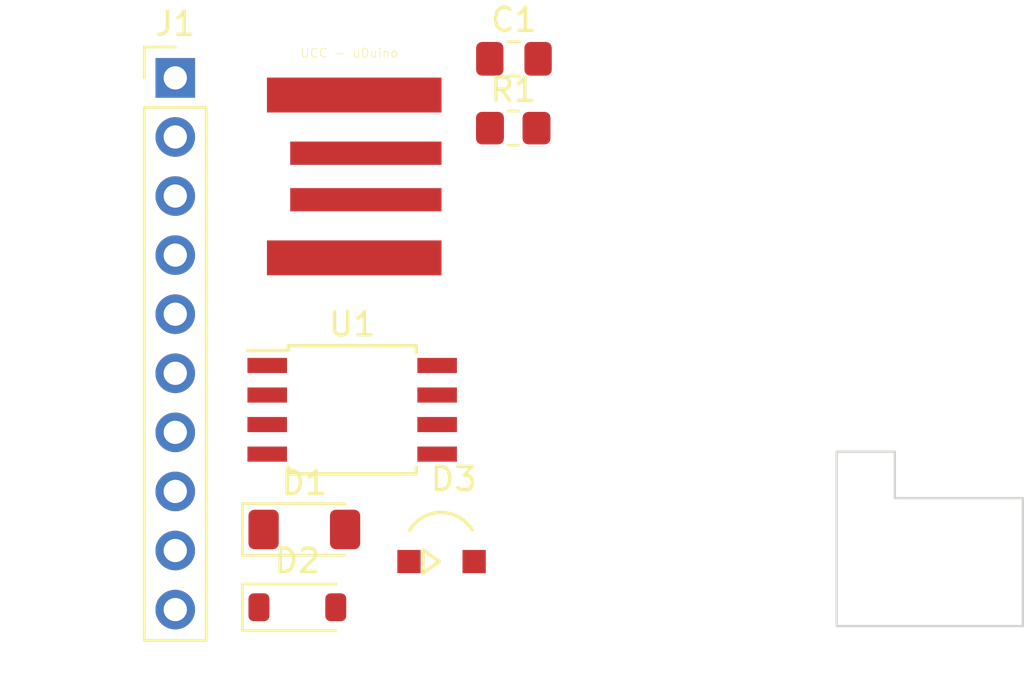
<source format=kicad_pcb>
(kicad_pcb (version 20241229) (generator "pcbnew") (generator_version "9.0")
  (layers (0 "F.Cu" signal) (2 "B.Cu" signal) (13 "F.Paste" user) (15 "B.Paste" user) (5 "F.SilkS" user "F.Silkscreen") (7 "B.SilkS" user "B.Silkscreen") (1 "F.Mask" user) (3 "B.Mask" user) (25 "Edge.Cuts" user))
  (net 0 "")
  (net 3 "+5V")
  (footprint "Package_SO:SOIC-8W_5.3x5.3mm_P1.27mm" (layer "F.Cu") (at 131.685 82.2)
    (property "Reference" "U1" (at 0 -3.68 0) (layer "F.SilkS"))
    (property "Value" "ATtiny85-20S")
    (fp_line (start -2.75 -2.755) (end -2.75 -2.55) (stroke (width 0.15)) (layer "F.SilkS"))
    (fp_line (start -2.75 -2.755) (end 2.75 -2.755) (stroke (width 0.15)) (layer "F.SilkS"))
    (fp_line (start -2.75 -2.55) (end -4.5 -2.55) (stroke (width 0.15)) (layer "F.SilkS"))
    (fp_line (start -2.75 2.755) (end -2.75 2.455) (stroke (width 0.15)) (layer "F.SilkS"))
    (fp_line (start -2.75 2.755) (end 2.75 2.755) (stroke (width 0.15)) (layer "F.SilkS"))
    (fp_line (start 2.75 -2.755) (end 2.75 -2.455) (stroke (width 0.15)) (layer "F.SilkS"))
    (fp_line (start 2.75 2.755) (end 2.75 2.455) (stroke (width 0.15)) (layer "F.SilkS"))
    (pad "1" smd rect (at -3.65 -1.905) (size 1.7 0.65) (layers "F.Cu" "F.Mask" "F.Paste"))
    (pad "2" smd rect (at -3.65 -0.635) (size 1.7 0.65) (layers "F.Cu" "F.Mask" "F.Paste"))
    (pad "3" smd rect (at -3.65 0.635) (size 1.7 0.65) (layers "F.Cu" "F.Mask" "F.Paste"))
    (pad "4" smd rect (at -3.65 1.905) (size 1.7 0.65) (layers "F.Cu" "F.Mask" "F.Paste"))
    (pad "5" smd rect (at 3.65 1.905) (size 1.7 0.65) (layers "F.Cu" "F.Mask" "F.Paste"))
    (pad "6" smd rect (at 3.65 0.635) (size 1.7 0.65) (layers "F.Cu" "F.Mask" "F.Paste"))
    (pad "7" smd rect (at 3.65 -0.635) (size 1.7 0.65) (layers "F.Cu" "F.Mask" "F.Paste"))
    (pad "8" smd rect (at 3.65 -1.905) (size 1.7 0.65) (layers "F.Cu" "F.Mask" "F.Paste"))
  )
  (footprint "ledSmd:ledSMD" (layer "F.Cu") (at 135.925 88.725)
    (property "Reference" "D3" (at 0.125 -3.55 0) (layer "F.SilkS"))
    (property "Value" "LED")
    (fp_line (start -1.2 0.5) (end -1.2 -0.5) (stroke (width 0.15)) (layer "F.SilkS"))
    (fp_line (start -1.15 -0.475) (end -0.5 0) (stroke (width 0.15)) (layer "F.SilkS"))
    (fp_line (start -0.5 0) (end -1.2 0.5) (stroke (width 0.15)) (layer "F.SilkS"))
    (fp_arc (start -1.786089 -1.331572) (mid -0.435753 -2.107089) (end 0.924999 -1.349999) (stroke (width 0.15)) (layer "F.SilkS"))
    (pad "1" smd rect (at -1.8 0) (size 1 1) (layers "F.Cu" "F.Mask" "F.Paste"))
    (pad "2" smd rect (at 1 0) (size 1 1) (layers "F.Cu" "F.Mask" "F.Paste"))
  )
  (footprint "embeddedPcbUsb:USB_A_UCC" (layer "F.Cu") (at 131.9735 72.1685)
    (property "Reference" "J2" (hide yes))
    (property "Value" "USB_A" (hide yes))
    (fp_text user "UCC - uDuino" (at -2.54 -5.08 0) (layer "F.SilkS") (effects (font (size 0.38608 0.38608) (thickness 0.032512)) (justify left bottom)))
    (pad "1" smd rect (at -0.2 3.5) (size 7.5 1.5) (layers "F.Cu" "F.Mask" "F.Paste"))
    (pad "2" smd rect (at 0.3 1) (size 6.5 1) (layers "F.Cu" "F.Mask" "F.Paste"))
    (pad "3" smd rect (at 0.3 -1) (size 6.5 1) (layers "F.Cu" "F.Mask" "F.Paste"))
    (pad "4" smd rect (at -0.2 -3.5) (size 7.5 1.5) (layers "F.Cu" "F.Mask" "F.Paste"))
  )
  (footprint "Capacitor_SMD:C_0805_2012Metric_Pad1.18x1.45mm_HandSolder" (layer "F.Cu") (at 138.635 67.11)
    (property "Reference" "C1" (at 0 -1.68 0) (layer "F.SilkS"))
    (property "Value" "C")
    (fp_line (start -0.261252 -0.735) (end 0.261252 -0.735) (stroke (width 0.12)) (layer "F.SilkS"))
    (fp_line (start -0.261252 0.735) (end 0.261252 0.735) (stroke (width 0.12)) (layer "F.SilkS"))
    (pad "1" smd roundrect (at -1.0375 0) (size 1.175 1.45) (layers "F.Cu" "F.Mask" "F.Paste") (roundrect_rratio 0.212766))
    (pad "2" smd roundrect (at 1.0375 0) (size 1.175 1.45) (layers "F.Cu" "F.Mask" "F.Paste") (roundrect_rratio 0.212766))
  )
  (footprint "Connector_PinHeader_2.54mm:PinHeader_1x10_P2.54mm_Vertical" (layer "F.Cu") (at 124.085 67.93)
    (property "Reference" "J1" (at 0 -2.33 0) (layer "F.SilkS"))
    (property "Value" "Conn_01x10_Socket")
    (fp_line (start -1.33 -1.33) (end 0 -1.33) (stroke (width 0.12)) (layer "F.SilkS"))
    (fp_line (start -1.33 0) (end -1.33 -1.33) (stroke (width 0.12)) (layer "F.SilkS"))
    (fp_line (start -1.33 1.27) (end -1.33 24.19) (stroke (width 0.12)) (layer "F.SilkS"))
    (fp_line (start -1.33 1.27) (end 1.33 1.27) (stroke (width 0.12)) (layer "F.SilkS"))
    (fp_line (start -1.33 24.19) (end 1.33 24.19) (stroke (width 0.12)) (layer "F.SilkS"))
    (fp_line (start 1.33 1.27) (end 1.33 24.19) (stroke (width 0.12)) (layer "F.SilkS"))
    (pad "1" thru_hole rect (at 0 0) (size 1.7 1.7) (drill 1) (layers "*.Cu" "*.Mask"))
    (pad "2" thru_hole oval (at 0 2.54) (size 1.7 1.7) (drill 1) (layers "*.Cu" "*.Mask"))
    (pad "3" thru_hole oval (at 0 5.08) (size 1.7 1.7) (drill 1) (layers "*.Cu" "*.Mask"))
    (pad "4" thru_hole oval (at 0 7.62) (size 1.7 1.7) (drill 1) (layers "*.Cu" "*.Mask"))
    (pad "5" thru_hole oval (at 0 10.16) (size 1.7 1.7) (drill 1) (layers "*.Cu" "*.Mask"))
    (pad "6" thru_hole oval (at 0 12.7) (size 1.7 1.7) (drill 1) (layers "*.Cu" "*.Mask"))
    (pad "7" thru_hole oval (at 0 15.24) (size 1.7 1.7) (drill 1) (layers "*.Cu" "*.Mask"))
    (pad "8" thru_hole oval (at 0 17.78) (size 1.7 1.7) (drill 1) (layers "*.Cu" "*.Mask"))
    (pad "9" thru_hole oval (at 0 20.32) (size 1.7 1.7) (drill 1) (layers "*.Cu" "*.Mask"))
    (pad "10" thru_hole oval (at 0 22.86) (size 1.7 1.7) (drill 1) (layers "*.Cu" "*.Mask"))
  )
  (footprint "Diode_SMD:D_MiniMELF" (layer "F.Cu") (at 129.63 87.345)
    (property "Reference" "D1" (at 0 -2 0) (layer "F.SilkS"))
    (property "Value" "D_Filled")
    (fp_line (start -2.66 -1.11) (end -2.66 1.11) (stroke (width 0.12)) (layer "F.SilkS"))
    (fp_line (start -2.66 1.11) (end 1.75 1.11) (stroke (width 0.12)) (layer "F.SilkS"))
    (fp_line (start 1.75 -1.11) (end -2.66 -1.11) (stroke (width 0.12)) (layer "F.SilkS"))
    (pad "1" smd roundrect (at -1.75 0) (size 1.3 1.7) (layers "F.Cu" "F.Mask" "F.Paste") (roundrect_rratio 0.1923076923) (net 3 "+5V"))
    (pad "2" smd roundrect (at 1.75 0) (size 1.3 1.7) (layers "F.Cu" "F.Mask" "F.Paste") (roundrect_rratio 0.1923076923))
  )
  (footprint "Diode_SMD:D_SOD-123" (layer "F.Cu") (at 129.33 90.69)
    (property "Reference" "D2" (at 0 -2 0) (layer "F.SilkS"))
    (property "Value" "D_Zener")
    (fp_line (start -2.36 -1) (end -2.36 1) (stroke (width 0.12)) (layer "F.SilkS"))
    (fp_line (start -2.36 -1) (end 1.65 -1) (stroke (width 0.12)) (layer "F.SilkS"))
    (fp_line (start -2.36 1) (end 1.65 1) (stroke (width 0.12)) (layer "F.SilkS"))
    (pad "1" smd roundrect (at -1.65 0) (size 0.9 1.2) (layers "F.Cu" "F.Mask" "F.Paste"))
    (pad "2" smd roundrect (at 1.65 0) (size 0.9 1.2) (layers "F.Cu" "F.Mask" "F.Paste"))
  )
  (footprint "Resistor_SMD:R_0805_2012Metric_Pad1.20x1.40mm_HandSolder" (layer "F.Cu") (at 138.605 70.09)
    (property "Reference" "R1" (at 0 -1.65 0) (layer "F.SilkS"))
    (property "Value" "R")
    (fp_line (start -0.227064 -0.735) (end 0.227064 -0.735) (stroke (width 0.12)) (layer "F.SilkS"))
    (fp_line (start -0.227064 0.735) (end 0.227064 0.735) (stroke (width 0.12)) (layer "F.SilkS"))
    (pad "1" smd roundrect (at -1 0) (size 1.2 1.4) (layers "F.Cu" "F.Mask" "F.Paste") (roundrect_rratio 0.208333) (net 3 "+5V"))
    (pad "2" smd roundrect (at 1 0) (size 1.2 1.4) (layers "F.Cu" "F.Mask" "F.Paste") (roundrect_rratio 0.208333))
  )
  (gr_poly (pts (xy 160.5 91.5) (xy 152.5 91.5) (xy 152.5 84) (xy 155 84) (xy 155 86) (xy 160.5 86)) (stroke (width 0.1)) (fill no) (layer "Edge.Cuts"))
)
</source>
